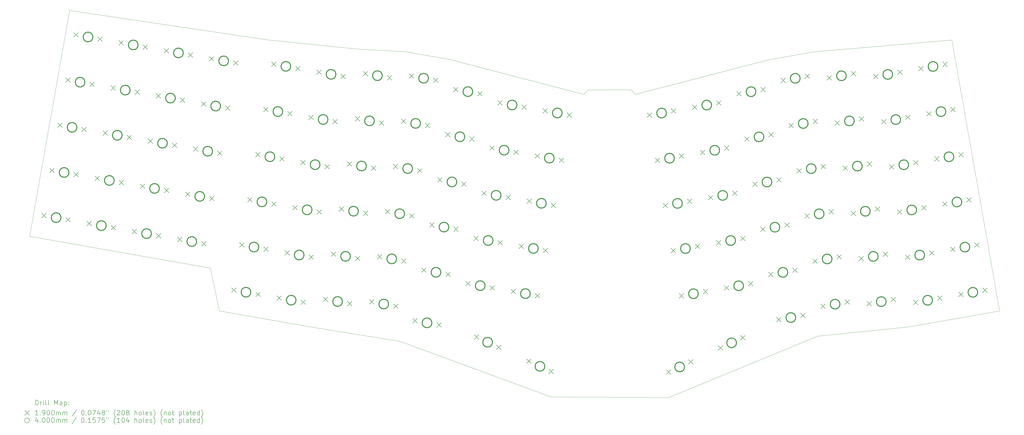
<source format=gbr>
%FSLAX45Y45*%
G04 Gerber Fmt 4.5, Leading zero omitted, Abs format (unit mm)*
G04 Created by KiCad (PCBNEW (6.0.4)) date 2022-12-23 13:32:21*
%MOMM*%
%LPD*%
G01*
G04 APERTURE LIST*
%TA.AperFunction,Profile*%
%ADD10C,0.100000*%
%TD*%
%ADD11C,0.200000*%
%ADD12C,0.190000*%
%ADD13C,0.400000*%
G04 APERTURE END LIST*
D10*
X-5689000Y-2003000D02*
X-7346000Y-11382000D01*
X15662000Y-5490000D02*
X10111000Y-4046000D01*
X2516000Y-3225000D02*
X-5689000Y-2003000D01*
X30920000Y-3230000D02*
X25203000Y-3721000D01*
X15816000Y-5302000D02*
X15662000Y-5490000D01*
X14293000Y-18053000D02*
X19172000Y-18078000D01*
X8233000Y-3716000D02*
X6317000Y-3609000D01*
X17613000Y-5301000D02*
X15816000Y-5302000D01*
X23326000Y-4054000D02*
X17778000Y-5493000D01*
X32905000Y-14486000D02*
X30920000Y-3230000D01*
X157000Y-12709000D02*
X533000Y-14481000D01*
X-7346000Y-11382000D02*
X157000Y-12709000D01*
X6317000Y-3609000D02*
X2516000Y-3225000D01*
X19172000Y-18078000D02*
X25352000Y-15535000D01*
X17778000Y-5493000D02*
X17613000Y-5301000D01*
X4284000Y-15143000D02*
X8050000Y-15754000D01*
X8050000Y-15754000D02*
X14293000Y-18053000D01*
X533000Y-14481000D02*
X4284000Y-15143000D01*
X25203000Y-3721000D02*
X23326000Y-4054000D01*
X29152000Y-15146000D02*
X32905000Y-14486000D01*
X10111000Y-4046000D02*
X8233000Y-3716000D01*
X25352000Y-15535000D02*
X29152000Y-15146000D01*
D11*
D12*
X-6838334Y-10429055D02*
X-6648334Y-10619055D01*
X-6648334Y-10429055D02*
X-6838334Y-10619055D01*
X-6507534Y-8552996D02*
X-6317534Y-8742996D01*
X-6317534Y-8552996D02*
X-6507534Y-8742996D01*
X-6176735Y-6676937D02*
X-5986735Y-6866937D01*
X-5986735Y-6676937D02*
X-6176735Y-6866937D01*
X-5845935Y-4800878D02*
X-5655935Y-4990878D01*
X-5655935Y-4800878D02*
X-5845935Y-4990878D01*
X-5837770Y-10605481D02*
X-5647770Y-10795481D01*
X-5647770Y-10605481D02*
X-5837770Y-10795481D01*
X-5515135Y-2924819D02*
X-5325135Y-3114819D01*
X-5325135Y-2924819D02*
X-5515135Y-3114819D01*
X-5506970Y-8729422D02*
X-5316970Y-8919422D01*
X-5316970Y-8729422D02*
X-5506970Y-8919422D01*
X-5176170Y-6853364D02*
X-4986170Y-7043364D01*
X-4986170Y-6853364D02*
X-5176170Y-7043364D01*
X-4962275Y-10759854D02*
X-4772275Y-10949854D01*
X-4772275Y-10759854D02*
X-4962275Y-10949854D01*
X-4845370Y-4977305D02*
X-4655370Y-5167305D01*
X-4655370Y-4977305D02*
X-4845370Y-5167305D01*
X-4631476Y-8883796D02*
X-4441476Y-9073796D01*
X-4441476Y-8883796D02*
X-4631476Y-9073796D01*
X-4514571Y-3101246D02*
X-4324571Y-3291246D01*
X-4324571Y-3101246D02*
X-4514571Y-3291246D01*
X-4300676Y-7007737D02*
X-4110676Y-7197737D01*
X-4110676Y-7007737D02*
X-4300676Y-7197737D01*
X-3969876Y-5131678D02*
X-3779876Y-5321678D01*
X-3779876Y-5131678D02*
X-3969876Y-5321678D01*
X-3961711Y-10936281D02*
X-3771711Y-11126281D01*
X-3771711Y-10936281D02*
X-3961711Y-11126281D01*
X-3639076Y-3255619D02*
X-3449076Y-3445619D01*
X-3449076Y-3255619D02*
X-3639076Y-3445619D01*
X-3630911Y-9060222D02*
X-3440911Y-9250222D01*
X-3440911Y-9060222D02*
X-3630911Y-9250222D01*
X-3300111Y-7184163D02*
X-3110111Y-7374163D01*
X-3110111Y-7184163D02*
X-3300111Y-7374163D01*
X-3086217Y-11090654D02*
X-2896217Y-11280654D01*
X-2896217Y-11090654D02*
X-3086217Y-11280654D01*
X-2969311Y-5308105D02*
X-2779312Y-5498105D01*
X-2779312Y-5308105D02*
X-2969311Y-5498105D01*
X-2755417Y-9214595D02*
X-2565417Y-9404595D01*
X-2565417Y-9214595D02*
X-2755417Y-9404595D01*
X-2638512Y-3432046D02*
X-2448512Y-3622046D01*
X-2448512Y-3432046D02*
X-2638512Y-3622046D01*
X-2424617Y-7338536D02*
X-2234617Y-7528536D01*
X-2234617Y-7338536D02*
X-2424617Y-7528536D01*
X-2093817Y-5462478D02*
X-1903817Y-5652478D01*
X-1903817Y-5462478D02*
X-2093817Y-5652478D01*
X-2085652Y-11267081D02*
X-1895652Y-11457081D01*
X-1895652Y-11267081D02*
X-2085652Y-11457081D01*
X-1763018Y-3586419D02*
X-1573018Y-3776419D01*
X-1573018Y-3586419D02*
X-1763018Y-3776419D01*
X-1754852Y-9391022D02*
X-1564852Y-9581022D01*
X-1564852Y-9391022D02*
X-1754852Y-9581022D01*
X-1424052Y-7514963D02*
X-1234053Y-7704963D01*
X-1234053Y-7514963D02*
X-1424052Y-7704963D01*
X-1210158Y-11421454D02*
X-1020158Y-11611454D01*
X-1020158Y-11421454D02*
X-1210158Y-11611454D01*
X-1093253Y-5638904D02*
X-903253Y-5828904D01*
X-903253Y-5638904D02*
X-1093253Y-5828904D01*
X-879358Y-9545395D02*
X-689358Y-9735395D01*
X-689358Y-9545395D02*
X-879358Y-9735395D01*
X-762453Y-3762846D02*
X-572453Y-3952846D01*
X-572453Y-3762846D02*
X-762453Y-3952846D01*
X-548558Y-7669336D02*
X-358558Y-7859336D01*
X-358558Y-7669336D02*
X-548558Y-7859336D01*
X-217759Y-5793277D02*
X-27759Y-5983277D01*
X-27759Y-5793277D02*
X-217759Y-5983277D01*
X-209593Y-11597880D02*
X-19593Y-11787880D01*
X-19593Y-11597880D02*
X-209593Y-11787880D01*
X113041Y-3917219D02*
X303041Y-4107219D01*
X303041Y-3917219D02*
X113041Y-4107219D01*
X121206Y-9721822D02*
X311207Y-9911822D01*
X311207Y-9721822D02*
X121206Y-9911822D01*
X452006Y-7845763D02*
X642006Y-8035763D01*
X642006Y-7845763D02*
X452006Y-8035763D01*
X782806Y-5969704D02*
X972806Y-6159704D01*
X972806Y-5969704D02*
X782806Y-6159704D01*
X1040345Y-13525657D02*
X1230345Y-13715657D01*
X1230345Y-13525657D02*
X1040345Y-13715657D01*
X1113606Y-4093645D02*
X1303606Y-4283645D01*
X1303606Y-4093645D02*
X1113606Y-4283645D01*
X1371144Y-11649598D02*
X1561144Y-11839598D01*
X1561144Y-11649598D02*
X1371144Y-11839598D01*
X1701944Y-9773539D02*
X1891944Y-9963539D01*
X1891944Y-9773539D02*
X1701944Y-9963539D01*
X2032744Y-7897480D02*
X2222744Y-8087480D01*
X2222744Y-7897480D02*
X2032744Y-8087480D01*
X2040909Y-13702083D02*
X2230909Y-13892083D01*
X2230909Y-13702083D02*
X2040909Y-13892083D01*
X2363544Y-6021422D02*
X2553544Y-6211422D01*
X2553544Y-6021422D02*
X2363544Y-6211422D01*
X2371709Y-11826024D02*
X2561709Y-12016024D01*
X2561709Y-11826024D02*
X2371709Y-12016024D01*
X2694344Y-4145363D02*
X2884344Y-4335363D01*
X2884344Y-4145363D02*
X2694344Y-4335363D01*
X2702509Y-9949966D02*
X2892509Y-10139966D01*
X2892509Y-9949966D02*
X2702509Y-10139966D01*
X2916403Y-13856456D02*
X3106403Y-14046456D01*
X3106403Y-13856456D02*
X2916403Y-14046456D01*
X3033309Y-8073907D02*
X3223309Y-8263907D01*
X3223309Y-8073907D02*
X3033309Y-8263907D01*
X3247203Y-11980398D02*
X3437203Y-12170398D01*
X3437203Y-11980398D02*
X3247203Y-12170398D01*
X3364108Y-6197848D02*
X3554108Y-6387848D01*
X3554108Y-6197848D02*
X3364108Y-6387848D01*
X3578003Y-10104339D02*
X3768003Y-10294339D01*
X3768003Y-10104339D02*
X3578003Y-10294339D01*
X3694908Y-4321790D02*
X3884908Y-4511790D01*
X3884908Y-4321790D02*
X3694908Y-4511790D01*
X3908803Y-8228280D02*
X4098803Y-8418280D01*
X4098803Y-8228280D02*
X3908803Y-8418280D01*
X3916968Y-14032883D02*
X4106968Y-14222883D01*
X4106968Y-14032883D02*
X3916968Y-14222883D01*
X4239603Y-6352221D02*
X4429603Y-6542221D01*
X4429603Y-6352221D02*
X4239603Y-6542221D01*
X4247768Y-12156824D02*
X4437768Y-12346824D01*
X4437768Y-12156824D02*
X4247768Y-12346824D01*
X4570402Y-4476163D02*
X4760402Y-4666163D01*
X4760402Y-4476163D02*
X4570402Y-4666163D01*
X4578568Y-10280766D02*
X4768568Y-10470766D01*
X4768568Y-10280766D02*
X4578568Y-10470766D01*
X4840980Y-13912101D02*
X5030980Y-14102101D01*
X5030980Y-13912101D02*
X4840980Y-14102101D01*
X4909367Y-8404707D02*
X5099367Y-8594707D01*
X5099367Y-8404707D02*
X4909367Y-8594707D01*
X5171779Y-12036042D02*
X5361779Y-12226042D01*
X5361779Y-12036042D02*
X5171779Y-12226042D01*
X5240167Y-6528648D02*
X5430167Y-6718648D01*
X5430167Y-6528648D02*
X5240167Y-6718648D01*
X5502579Y-10159983D02*
X5692579Y-10349983D01*
X5692579Y-10159983D02*
X5502579Y-10349983D01*
X5570967Y-4652589D02*
X5760967Y-4842589D01*
X5760967Y-4652589D02*
X5570967Y-4842589D01*
X5833379Y-8283925D02*
X6023379Y-8473925D01*
X6023379Y-8283925D02*
X5833379Y-8473925D01*
X5841544Y-14088528D02*
X6031544Y-14278528D01*
X6031544Y-14088528D02*
X5841544Y-14278528D01*
X6164179Y-6407866D02*
X6354179Y-6597866D01*
X6354179Y-6407866D02*
X6164179Y-6597866D01*
X6172344Y-12212469D02*
X6362344Y-12402469D01*
X6362344Y-12212469D02*
X6172344Y-12402469D01*
X6494978Y-4531807D02*
X6684978Y-4721807D01*
X6684978Y-4531807D02*
X6494978Y-4721807D01*
X6503144Y-10336410D02*
X6693144Y-10526410D01*
X6693144Y-10336410D02*
X6503144Y-10526410D01*
X6756734Y-14017774D02*
X6946734Y-14207774D01*
X6946734Y-14017774D02*
X6756734Y-14207774D01*
X6833943Y-8460351D02*
X7023943Y-8650351D01*
X7023943Y-8460351D02*
X6833943Y-8650351D01*
X7087534Y-12141715D02*
X7277534Y-12331715D01*
X7277534Y-12141715D02*
X7087534Y-12331715D01*
X7164743Y-6584292D02*
X7354743Y-6774292D01*
X7354743Y-6584292D02*
X7164743Y-6774292D01*
X7418334Y-10265656D02*
X7608334Y-10455656D01*
X7608334Y-10265656D02*
X7418334Y-10455656D01*
X7495543Y-4708234D02*
X7685543Y-4898234D01*
X7685543Y-4708234D02*
X7495543Y-4898234D01*
X7749134Y-8389597D02*
X7939134Y-8579597D01*
X7939134Y-8389597D02*
X7749134Y-8579597D01*
X7757299Y-14194200D02*
X7947299Y-14384200D01*
X7947299Y-14194200D02*
X7757299Y-14384200D01*
X8079933Y-6513539D02*
X8269933Y-6703539D01*
X8269933Y-6513539D02*
X8079933Y-6703539D01*
X8088099Y-12318141D02*
X8278099Y-12508141D01*
X8278099Y-12318141D02*
X8088099Y-12508141D01*
X8410733Y-4637480D02*
X8600733Y-4827480D01*
X8600733Y-4637480D02*
X8410733Y-4827480D01*
X8418898Y-10442083D02*
X8608898Y-10632083D01*
X8608898Y-10442083D02*
X8418898Y-10632083D01*
X8553401Y-14798828D02*
X8743401Y-14988828D01*
X8743401Y-14798828D02*
X8553401Y-14988828D01*
X8749698Y-8566024D02*
X8939698Y-8756024D01*
X8939698Y-8566024D02*
X8749698Y-8756024D01*
X8923897Y-12697642D02*
X9113897Y-12887642D01*
X9113897Y-12697642D02*
X8923897Y-12887642D01*
X9080498Y-6689965D02*
X9270498Y-6879965D01*
X9270498Y-6689965D02*
X9080498Y-6879965D01*
X9254697Y-10821583D02*
X9444697Y-11011583D01*
X9444697Y-10821583D02*
X9254697Y-11011583D01*
X9411298Y-4813907D02*
X9601298Y-5003907D01*
X9601298Y-4813907D02*
X9411298Y-5003907D01*
X9553966Y-14975254D02*
X9743966Y-15165254D01*
X9743966Y-14975254D02*
X9553966Y-15165254D01*
X9585496Y-8945524D02*
X9775496Y-9135524D01*
X9775496Y-8945524D02*
X9585496Y-9135524D01*
X9916296Y-7069465D02*
X10106296Y-7259465D01*
X10106296Y-7069465D02*
X9916296Y-7259465D01*
X9924461Y-12874068D02*
X10114461Y-13064068D01*
X10114461Y-12874068D02*
X9924461Y-13064068D01*
X10247096Y-5193407D02*
X10437096Y-5383407D01*
X10437096Y-5193407D02*
X10247096Y-5383407D01*
X10255261Y-10998010D02*
X10445261Y-11188010D01*
X10445261Y-10998010D02*
X10255261Y-11188010D01*
X10586061Y-9121951D02*
X10776061Y-9311951D01*
X10776061Y-9121951D02*
X10586061Y-9311951D01*
X10760260Y-13253569D02*
X10950260Y-13443569D01*
X10950260Y-13253569D02*
X10760260Y-13443569D01*
X10916861Y-7245892D02*
X11106861Y-7435892D01*
X11106861Y-7245892D02*
X10916861Y-7435892D01*
X11091059Y-11377510D02*
X11281059Y-11567510D01*
X11281059Y-11377510D02*
X11091059Y-11567510D01*
X11107984Y-15476847D02*
X11297984Y-15666847D01*
X11297984Y-15476847D02*
X11107984Y-15666847D01*
X11247660Y-5369833D02*
X11437660Y-5559833D01*
X11437660Y-5369833D02*
X11247660Y-5559833D01*
X11421859Y-9501451D02*
X11611859Y-9691451D01*
X11611859Y-9501451D02*
X11421859Y-9691451D01*
X11752659Y-7625392D02*
X11942659Y-7815392D01*
X11942659Y-7625392D02*
X11752659Y-7815392D01*
X11760824Y-13429995D02*
X11950824Y-13619995D01*
X11950824Y-13429995D02*
X11760824Y-13619995D01*
X12028792Y-15906227D02*
X12218792Y-16096227D01*
X12218792Y-15906227D02*
X12028792Y-16096227D01*
X12083459Y-5749333D02*
X12273459Y-5939333D01*
X12273459Y-5749333D02*
X12083459Y-5939333D01*
X12091624Y-11553936D02*
X12281624Y-11743936D01*
X12281624Y-11553936D02*
X12091624Y-11743936D01*
X12422424Y-9677878D02*
X12612424Y-9867878D01*
X12612424Y-9677878D02*
X12422424Y-9867878D01*
X12636318Y-13584368D02*
X12826318Y-13774368D01*
X12826318Y-13584368D02*
X12636318Y-13774368D01*
X12753224Y-7801819D02*
X12943224Y-7991819D01*
X12943224Y-7801819D02*
X12753224Y-7991819D01*
X12967118Y-11708310D02*
X13157118Y-11898310D01*
X13157118Y-11708310D02*
X12967118Y-11898310D01*
X13084023Y-5925760D02*
X13274023Y-6115760D01*
X13274023Y-5925760D02*
X13084023Y-6115760D01*
X13278412Y-16478556D02*
X13468412Y-16668556D01*
X13468412Y-16478556D02*
X13278412Y-16668556D01*
X13297918Y-9832251D02*
X13487918Y-10022251D01*
X13487918Y-9832251D02*
X13297918Y-10022251D01*
X13628718Y-7956192D02*
X13818718Y-8146192D01*
X13818718Y-7956192D02*
X13628718Y-8146192D01*
X13636883Y-13760795D02*
X13826883Y-13950795D01*
X13826883Y-13760795D02*
X13636883Y-13950795D01*
X13959517Y-6080133D02*
X14149517Y-6270133D01*
X14149517Y-6080133D02*
X13959517Y-6270133D01*
X13967683Y-11884736D02*
X14157683Y-12074736D01*
X14157683Y-11884736D02*
X13967683Y-12074736D01*
X14199221Y-16907936D02*
X14389221Y-17097936D01*
X14389221Y-16907936D02*
X14199221Y-17097936D01*
X14298482Y-10008677D02*
X14488482Y-10198677D01*
X14488482Y-10008677D02*
X14298482Y-10198677D01*
X14629282Y-8132619D02*
X14819282Y-8322619D01*
X14819282Y-8132619D02*
X14629282Y-8322619D01*
X14960082Y-6256560D02*
X15150082Y-6446560D01*
X15150082Y-6256560D02*
X14960082Y-6446560D01*
X18285369Y-6260566D02*
X18475369Y-6450566D01*
X18475369Y-6260566D02*
X18285369Y-6450566D01*
X18616168Y-8136625D02*
X18806168Y-8326625D01*
X18806168Y-8136625D02*
X18616168Y-8326625D01*
X18946968Y-10012684D02*
X19136968Y-10202684D01*
X19136968Y-10012684D02*
X18946968Y-10202684D01*
X19075654Y-16932546D02*
X19265654Y-17122546D01*
X19265654Y-16932546D02*
X19075654Y-17122546D01*
X19277768Y-11888743D02*
X19467768Y-12078743D01*
X19467768Y-11888743D02*
X19277768Y-12078743D01*
X19285933Y-6084140D02*
X19475933Y-6274140D01*
X19475933Y-6084140D02*
X19285933Y-6274140D01*
X19608568Y-13764801D02*
X19798568Y-13954801D01*
X19798568Y-13764801D02*
X19608568Y-13954801D01*
X19616733Y-7960199D02*
X19806733Y-8150199D01*
X19806733Y-7960199D02*
X19616733Y-8150199D01*
X19947533Y-9836257D02*
X20137533Y-10026257D01*
X20137533Y-9836257D02*
X19947533Y-10026257D01*
X19996463Y-16503166D02*
X20186463Y-16693166D01*
X20186463Y-16503166D02*
X19996463Y-16693166D01*
X20161427Y-5929767D02*
X20351427Y-6119767D01*
X20351427Y-5929767D02*
X20161427Y-6119767D01*
X20278332Y-11712316D02*
X20468332Y-11902316D01*
X20468332Y-11712316D02*
X20278332Y-11902316D01*
X20492227Y-7805825D02*
X20682227Y-7995825D01*
X20682227Y-7805825D02*
X20492227Y-7995825D01*
X20609132Y-13588375D02*
X20799132Y-13778375D01*
X20799132Y-13588375D02*
X20609132Y-13778375D01*
X20823027Y-9681884D02*
X21013027Y-9871884D01*
X21013027Y-9681884D02*
X20823027Y-9871884D01*
X21153827Y-11557943D02*
X21343827Y-11747943D01*
X21343827Y-11557943D02*
X21153827Y-11747943D01*
X21161992Y-5753340D02*
X21351992Y-5943340D01*
X21351992Y-5753340D02*
X21161992Y-5943340D01*
X21233158Y-15929957D02*
X21423158Y-16119957D01*
X21423158Y-15929957D02*
X21233158Y-16119957D01*
X21484626Y-13434002D02*
X21674626Y-13624002D01*
X21674626Y-13434002D02*
X21484626Y-13624002D01*
X21492792Y-7629399D02*
X21682792Y-7819399D01*
X21682792Y-7629399D02*
X21492792Y-7819399D01*
X21823591Y-9505458D02*
X22013591Y-9695458D01*
X22013591Y-9505458D02*
X21823591Y-9695458D01*
X21997790Y-5373840D02*
X22187790Y-5563840D01*
X22187790Y-5373840D02*
X21997790Y-5563840D01*
X22153967Y-15500577D02*
X22343967Y-15690577D01*
X22343967Y-15500577D02*
X22153967Y-15690577D01*
X22154391Y-11381516D02*
X22344391Y-11571516D01*
X22344391Y-11381516D02*
X22154391Y-11571516D01*
X22328590Y-7249899D02*
X22518590Y-7439899D01*
X22518590Y-7249899D02*
X22328590Y-7439899D01*
X22485191Y-13257575D02*
X22675191Y-13447575D01*
X22675191Y-13257575D02*
X22485191Y-13447575D01*
X22659390Y-9125957D02*
X22849390Y-9315957D01*
X22849390Y-9125957D02*
X22659390Y-9315957D01*
X22990189Y-11002016D02*
X23180189Y-11192016D01*
X23180189Y-11002016D02*
X22990189Y-11192016D01*
X22998355Y-5197413D02*
X23188355Y-5387413D01*
X23188355Y-5197413D02*
X22998355Y-5387413D01*
X23320989Y-12878075D02*
X23510989Y-13068075D01*
X23510989Y-12878075D02*
X23320989Y-13068075D01*
X23329154Y-7073472D02*
X23519154Y-7263472D01*
X23519154Y-7073472D02*
X23329154Y-7263472D01*
X23651789Y-14754134D02*
X23841789Y-14944134D01*
X23841789Y-14754134D02*
X23651789Y-14944134D01*
X23659954Y-8949531D02*
X23849954Y-9139531D01*
X23849954Y-8949531D02*
X23659954Y-9139531D01*
X23834153Y-4817913D02*
X24024153Y-5007913D01*
X24024153Y-4817913D02*
X23834153Y-5007913D01*
X23990754Y-10825590D02*
X24180754Y-11015590D01*
X24180754Y-10825590D02*
X23990754Y-11015590D01*
X24164953Y-6693972D02*
X24354953Y-6883972D01*
X24354953Y-6693972D02*
X24164953Y-6883972D01*
X24321554Y-12701648D02*
X24511554Y-12891648D01*
X24511554Y-12701648D02*
X24321554Y-12891648D01*
X24495752Y-8570031D02*
X24685752Y-8760031D01*
X24685752Y-8570031D02*
X24495752Y-8760031D01*
X24652353Y-14577707D02*
X24842353Y-14767707D01*
X24842353Y-14577707D02*
X24652353Y-14767707D01*
X24826552Y-10446089D02*
X25016552Y-10636089D01*
X25016552Y-10446089D02*
X24826552Y-10636089D01*
X24834717Y-4641486D02*
X25024717Y-4831486D01*
X25024717Y-4641486D02*
X24834717Y-4831486D01*
X25157352Y-12322148D02*
X25347352Y-12512148D01*
X25347352Y-12322148D02*
X25157352Y-12512148D01*
X25165517Y-6517545D02*
X25355517Y-6707545D01*
X25355517Y-6517545D02*
X25165517Y-6707545D01*
X25488152Y-14198207D02*
X25678152Y-14388207D01*
X25678152Y-14198207D02*
X25488152Y-14388207D01*
X25496317Y-8393604D02*
X25686317Y-8583604D01*
X25686317Y-8393604D02*
X25496317Y-8583604D01*
X25749908Y-4712240D02*
X25939908Y-4902240D01*
X25939908Y-4712240D02*
X25749908Y-4902240D01*
X25827117Y-10269663D02*
X26017117Y-10459663D01*
X26017117Y-10269663D02*
X25827117Y-10459663D01*
X26080707Y-6588299D02*
X26270707Y-6778299D01*
X26270707Y-6588299D02*
X26080707Y-6778299D01*
X26157917Y-12145721D02*
X26347917Y-12335721D01*
X26347917Y-12145721D02*
X26157917Y-12335721D01*
X26411507Y-8464358D02*
X26601507Y-8654358D01*
X26601507Y-8464358D02*
X26411507Y-8654358D01*
X26488716Y-14021780D02*
X26678716Y-14211780D01*
X26678716Y-14021780D02*
X26488716Y-14211780D01*
X26742307Y-10340417D02*
X26932307Y-10530417D01*
X26932307Y-10340417D02*
X26742307Y-10530417D01*
X26750472Y-4535814D02*
X26940472Y-4725814D01*
X26940472Y-4535814D02*
X26750472Y-4725814D01*
X27073107Y-12216475D02*
X27263107Y-12406475D01*
X27263107Y-12216475D02*
X27073107Y-12406475D01*
X27081272Y-6411872D02*
X27271272Y-6601872D01*
X27271272Y-6411872D02*
X27081272Y-6601872D01*
X27403906Y-14092534D02*
X27593906Y-14282534D01*
X27593906Y-14092534D02*
X27403906Y-14282534D01*
X27412072Y-8287931D02*
X27602072Y-8477931D01*
X27602072Y-8287931D02*
X27412072Y-8477931D01*
X27674484Y-4656596D02*
X27864484Y-4846596D01*
X27864484Y-4656596D02*
X27674484Y-4846596D01*
X27742871Y-10163990D02*
X27932871Y-10353990D01*
X27932871Y-10163990D02*
X27742871Y-10353990D01*
X28005283Y-6532655D02*
X28195283Y-6722655D01*
X28195283Y-6532655D02*
X28005283Y-6722655D01*
X28073671Y-12040049D02*
X28263671Y-12230049D01*
X28263671Y-12040049D02*
X28073671Y-12230049D01*
X28336083Y-8408713D02*
X28526083Y-8598713D01*
X28526083Y-8408713D02*
X28336083Y-8598713D01*
X28404471Y-13916107D02*
X28594471Y-14106107D01*
X28594471Y-13916107D02*
X28404471Y-14106107D01*
X28666883Y-10284772D02*
X28856883Y-10474772D01*
X28856883Y-10284772D02*
X28666883Y-10474772D01*
X28675048Y-4480169D02*
X28865048Y-4670169D01*
X28865048Y-4480169D02*
X28675048Y-4670169D01*
X28997683Y-12160831D02*
X29187683Y-12350831D01*
X29187683Y-12160831D02*
X28997683Y-12350831D01*
X29005848Y-6356228D02*
X29195848Y-6546228D01*
X29195848Y-6356228D02*
X29005848Y-6546228D01*
X29328482Y-14036890D02*
X29518482Y-14226890D01*
X29518482Y-14036890D02*
X29328482Y-14226890D01*
X29336648Y-8232287D02*
X29526648Y-8422287D01*
X29526648Y-8232287D02*
X29336648Y-8422287D01*
X29550542Y-4325796D02*
X29740542Y-4515796D01*
X29740542Y-4325796D02*
X29550542Y-4515796D01*
X29667448Y-10108346D02*
X29857448Y-10298346D01*
X29857448Y-10108346D02*
X29667448Y-10298346D01*
X29881342Y-6201855D02*
X30071342Y-6391855D01*
X30071342Y-6201855D02*
X29881342Y-6391855D01*
X29998247Y-11984404D02*
X30188247Y-12174404D01*
X30188247Y-11984404D02*
X29998247Y-12174404D01*
X30212142Y-8077914D02*
X30402142Y-8267914D01*
X30402142Y-8077914D02*
X30212142Y-8267914D01*
X30329047Y-13860463D02*
X30519047Y-14050463D01*
X30519047Y-13860463D02*
X30329047Y-14050463D01*
X30542942Y-9953972D02*
X30732942Y-10143972D01*
X30732942Y-9953972D02*
X30542942Y-10143972D01*
X30551107Y-4149369D02*
X30741107Y-4339369D01*
X30741107Y-4149369D02*
X30551107Y-4339369D01*
X30873741Y-11830031D02*
X31063741Y-12020031D01*
X31063741Y-11830031D02*
X30873741Y-12020031D01*
X30881907Y-6025428D02*
X31071907Y-6215428D01*
X31071907Y-6025428D02*
X30881907Y-6215428D01*
X31204541Y-13706090D02*
X31394541Y-13896090D01*
X31394541Y-13706090D02*
X31204541Y-13896090D01*
X31212707Y-7901487D02*
X31402707Y-8091487D01*
X31402707Y-7901487D02*
X31212707Y-8091487D01*
X31543506Y-9777546D02*
X31733506Y-9967546D01*
X31733506Y-9777546D02*
X31543506Y-9967546D01*
X31874306Y-11653604D02*
X32064306Y-11843604D01*
X32064306Y-11653604D02*
X31874306Y-11843604D01*
X32205106Y-13529663D02*
X32395106Y-13719663D01*
X32395106Y-13529663D02*
X32205106Y-13719663D01*
D13*
X-6043052Y-10612268D02*
G75*
G03*
X-6043052Y-10612268I-200000J0D01*
G01*
X-5712252Y-8736209D02*
G75*
G03*
X-5712252Y-8736209I-200000J0D01*
G01*
X-5381452Y-6860150D02*
G75*
G03*
X-5381452Y-6860150I-200000J0D01*
G01*
X-5050653Y-4984092D02*
G75*
G03*
X-5050653Y-4984092I-200000J0D01*
G01*
X-4719853Y-3108033D02*
G75*
G03*
X-4719853Y-3108033I-200000J0D01*
G01*
X-4166993Y-10943068D02*
G75*
G03*
X-4166993Y-10943068I-200000J0D01*
G01*
X-3836193Y-9067009D02*
G75*
G03*
X-3836193Y-9067009I-200000J0D01*
G01*
X-3505394Y-7190950D02*
G75*
G03*
X-3505394Y-7190950I-200000J0D01*
G01*
X-3174594Y-5314891D02*
G75*
G03*
X-3174594Y-5314891I-200000J0D01*
G01*
X-2843794Y-3438832D02*
G75*
G03*
X-2843794Y-3438832I-200000J0D01*
G01*
X-2290934Y-11273867D02*
G75*
G03*
X-2290934Y-11273867I-200000J0D01*
G01*
X-1960135Y-9397809D02*
G75*
G03*
X-1960135Y-9397809I-200000J0D01*
G01*
X-1629335Y-7521750D02*
G75*
G03*
X-1629335Y-7521750I-200000J0D01*
G01*
X-1298535Y-5645691D02*
G75*
G03*
X-1298535Y-5645691I-200000J0D01*
G01*
X-967735Y-3769632D02*
G75*
G03*
X-967735Y-3769632I-200000J0D01*
G01*
X-414876Y-11604667D02*
G75*
G03*
X-414876Y-11604667I-200000J0D01*
G01*
X-84076Y-9728608D02*
G75*
G03*
X-84076Y-9728608I-200000J0D01*
G01*
X246724Y-7852550D02*
G75*
G03*
X246724Y-7852550I-200000J0D01*
G01*
X577524Y-5976491D02*
G75*
G03*
X577524Y-5976491I-200000J0D01*
G01*
X908323Y-4100432D02*
G75*
G03*
X908323Y-4100432I-200000J0D01*
G01*
X1835627Y-13708870D02*
G75*
G03*
X1835627Y-13708870I-200000J0D01*
G01*
X2166427Y-11832811D02*
G75*
G03*
X2166427Y-11832811I-200000J0D01*
G01*
X2497227Y-9956753D02*
G75*
G03*
X2497227Y-9956753I-200000J0D01*
G01*
X2828026Y-8080694D02*
G75*
G03*
X2828026Y-8080694I-200000J0D01*
G01*
X3158826Y-6204635D02*
G75*
G03*
X3158826Y-6204635I-200000J0D01*
G01*
X3489626Y-4328576D02*
G75*
G03*
X3489626Y-4328576I-200000J0D01*
G01*
X3711686Y-14039670D02*
G75*
G03*
X3711686Y-14039670I-200000J0D01*
G01*
X4042485Y-12163611D02*
G75*
G03*
X4042485Y-12163611I-200000J0D01*
G01*
X4373285Y-10287552D02*
G75*
G03*
X4373285Y-10287552I-200000J0D01*
G01*
X4704085Y-8411494D02*
G75*
G03*
X4704085Y-8411494I-200000J0D01*
G01*
X5034885Y-6535435D02*
G75*
G03*
X5034885Y-6535435I-200000J0D01*
G01*
X5365685Y-4659376D02*
G75*
G03*
X5365685Y-4659376I-200000J0D01*
G01*
X5636262Y-14095314D02*
G75*
G03*
X5636262Y-14095314I-200000J0D01*
G01*
X5967062Y-12219255D02*
G75*
G03*
X5967062Y-12219255I-200000J0D01*
G01*
X6297861Y-10343197D02*
G75*
G03*
X6297861Y-10343197I-200000J0D01*
G01*
X6628661Y-8467138D02*
G75*
G03*
X6628661Y-8467138I-200000J0D01*
G01*
X6959461Y-6591079D02*
G75*
G03*
X6959461Y-6591079I-200000J0D01*
G01*
X7290261Y-4715020D02*
G75*
G03*
X7290261Y-4715020I-200000J0D01*
G01*
X7552016Y-14200987D02*
G75*
G03*
X7552016Y-14200987I-200000J0D01*
G01*
X7882816Y-12324928D02*
G75*
G03*
X7882816Y-12324928I-200000J0D01*
G01*
X8213616Y-10448870D02*
G75*
G03*
X8213616Y-10448870I-200000J0D01*
G01*
X8544416Y-8572811D02*
G75*
G03*
X8544416Y-8572811I-200000J0D01*
G01*
X8875216Y-6696752D02*
G75*
G03*
X8875216Y-6696752I-200000J0D01*
G01*
X9206015Y-4820693D02*
G75*
G03*
X9206015Y-4820693I-200000J0D01*
G01*
X9348683Y-14982041D02*
G75*
G03*
X9348683Y-14982041I-200000J0D01*
G01*
X9719179Y-12880855D02*
G75*
G03*
X9719179Y-12880855I-200000J0D01*
G01*
X10049979Y-11004796D02*
G75*
G03*
X10049979Y-11004796I-200000J0D01*
G01*
X10380779Y-9128738D02*
G75*
G03*
X10380779Y-9128738I-200000J0D01*
G01*
X10711579Y-7252679D02*
G75*
G03*
X10711579Y-7252679I-200000J0D01*
G01*
X11042378Y-5376620D02*
G75*
G03*
X11042378Y-5376620I-200000J0D01*
G01*
X11555542Y-13436782D02*
G75*
G03*
X11555542Y-13436782I-200000J0D01*
G01*
X11863388Y-15786537D02*
G75*
G03*
X11863388Y-15786537I-200000J0D01*
G01*
X11886342Y-11560723D02*
G75*
G03*
X11886342Y-11560723I-200000J0D01*
G01*
X12217141Y-9684664D02*
G75*
G03*
X12217141Y-9684664I-200000J0D01*
G01*
X12547941Y-7808606D02*
G75*
G03*
X12547941Y-7808606I-200000J0D01*
G01*
X12878741Y-5932547D02*
G75*
G03*
X12878741Y-5932547I-200000J0D01*
G01*
X13431601Y-13767582D02*
G75*
G03*
X13431601Y-13767582I-200000J0D01*
G01*
X13762400Y-11891523D02*
G75*
G03*
X13762400Y-11891523I-200000J0D01*
G01*
X14033817Y-16788246D02*
G75*
G03*
X14033817Y-16788246I-200000J0D01*
G01*
X14093200Y-10015464D02*
G75*
G03*
X14093200Y-10015464I-200000J0D01*
G01*
X14424000Y-8139405D02*
G75*
G03*
X14424000Y-8139405I-200000J0D01*
G01*
X14754800Y-6263347D02*
G75*
G03*
X14754800Y-6263347I-200000J0D01*
G01*
X19080651Y-6267353D02*
G75*
G03*
X19080651Y-6267353I-200000J0D01*
G01*
X19411451Y-8143412D02*
G75*
G03*
X19411451Y-8143412I-200000J0D01*
G01*
X19742250Y-10019471D02*
G75*
G03*
X19742250Y-10019471I-200000J0D01*
G01*
X19831059Y-16812856D02*
G75*
G03*
X19831059Y-16812856I-200000J0D01*
G01*
X20073050Y-11895529D02*
G75*
G03*
X20073050Y-11895529I-200000J0D01*
G01*
X20403850Y-13771588D02*
G75*
G03*
X20403850Y-13771588I-200000J0D01*
G01*
X20956710Y-5936553D02*
G75*
G03*
X20956710Y-5936553I-200000J0D01*
G01*
X21287509Y-7812612D02*
G75*
G03*
X21287509Y-7812612I-200000J0D01*
G01*
X21618309Y-9688671D02*
G75*
G03*
X21618309Y-9688671I-200000J0D01*
G01*
X21949109Y-11564730D02*
G75*
G03*
X21949109Y-11564730I-200000J0D01*
G01*
X21988562Y-15810267D02*
G75*
G03*
X21988562Y-15810267I-200000J0D01*
G01*
X22279909Y-13440788D02*
G75*
G03*
X22279909Y-13440788I-200000J0D01*
G01*
X22793072Y-5380627D02*
G75*
G03*
X22793072Y-5380627I-200000J0D01*
G01*
X23123872Y-7256685D02*
G75*
G03*
X23123872Y-7256685I-200000J0D01*
G01*
X23454672Y-9132744D02*
G75*
G03*
X23454672Y-9132744I-200000J0D01*
G01*
X23785472Y-11008803D02*
G75*
G03*
X23785472Y-11008803I-200000J0D01*
G01*
X24116271Y-12884862D02*
G75*
G03*
X24116271Y-12884862I-200000J0D01*
G01*
X24447071Y-14760920D02*
G75*
G03*
X24447071Y-14760920I-200000J0D01*
G01*
X24629435Y-4824700D02*
G75*
G03*
X24629435Y-4824700I-200000J0D01*
G01*
X24960235Y-6700758D02*
G75*
G03*
X24960235Y-6700758I-200000J0D01*
G01*
X25291035Y-8576817D02*
G75*
G03*
X25291035Y-8576817I-200000J0D01*
G01*
X25621834Y-10452876D02*
G75*
G03*
X25621834Y-10452876I-200000J0D01*
G01*
X25952634Y-12328935D02*
G75*
G03*
X25952634Y-12328935I-200000J0D01*
G01*
X26283434Y-14204994D02*
G75*
G03*
X26283434Y-14204994I-200000J0D01*
G01*
X26545190Y-4719027D02*
G75*
G03*
X26545190Y-4719027I-200000J0D01*
G01*
X26875990Y-6595086D02*
G75*
G03*
X26875990Y-6595086I-200000J0D01*
G01*
X27206789Y-8471145D02*
G75*
G03*
X27206789Y-8471145I-200000J0D01*
G01*
X27537589Y-10347203D02*
G75*
G03*
X27537589Y-10347203I-200000J0D01*
G01*
X27868389Y-12223262D02*
G75*
G03*
X27868389Y-12223262I-200000J0D01*
G01*
X28199189Y-14099321D02*
G75*
G03*
X28199189Y-14099321I-200000J0D01*
G01*
X28469766Y-4663383D02*
G75*
G03*
X28469766Y-4663383I-200000J0D01*
G01*
X28800566Y-6539441D02*
G75*
G03*
X28800566Y-6539441I-200000J0D01*
G01*
X29131365Y-8415500D02*
G75*
G03*
X29131365Y-8415500I-200000J0D01*
G01*
X29462165Y-10291559D02*
G75*
G03*
X29462165Y-10291559I-200000J0D01*
G01*
X29792965Y-12167618D02*
G75*
G03*
X29792965Y-12167618I-200000J0D01*
G01*
X30123765Y-14043676D02*
G75*
G03*
X30123765Y-14043676I-200000J0D01*
G01*
X30345825Y-4332583D02*
G75*
G03*
X30345825Y-4332583I-200000J0D01*
G01*
X30676624Y-6208641D02*
G75*
G03*
X30676624Y-6208641I-200000J0D01*
G01*
X31007424Y-8084700D02*
G75*
G03*
X31007424Y-8084700I-200000J0D01*
G01*
X31338224Y-9960759D02*
G75*
G03*
X31338224Y-9960759I-200000J0D01*
G01*
X31669024Y-11836818D02*
G75*
G03*
X31669024Y-11836818I-200000J0D01*
G01*
X31999824Y-13712877D02*
G75*
G03*
X31999824Y-13712877I-200000J0D01*
G01*
D11*
X-7093381Y-18393476D02*
X-7093381Y-18193476D01*
X-7045762Y-18193476D01*
X-7017190Y-18203000D01*
X-6998143Y-18222048D01*
X-6988619Y-18241095D01*
X-6979095Y-18279190D01*
X-6979095Y-18307762D01*
X-6988619Y-18345857D01*
X-6998143Y-18364905D01*
X-7017190Y-18383952D01*
X-7045762Y-18393476D01*
X-7093381Y-18393476D01*
X-6893381Y-18393476D02*
X-6893381Y-18260143D01*
X-6893381Y-18298238D02*
X-6883857Y-18279190D01*
X-6874333Y-18269667D01*
X-6855286Y-18260143D01*
X-6836238Y-18260143D01*
X-6769571Y-18393476D02*
X-6769571Y-18260143D01*
X-6769571Y-18193476D02*
X-6779095Y-18203000D01*
X-6769571Y-18212524D01*
X-6760048Y-18203000D01*
X-6769571Y-18193476D01*
X-6769571Y-18212524D01*
X-6645762Y-18393476D02*
X-6664809Y-18383952D01*
X-6674333Y-18364905D01*
X-6674333Y-18193476D01*
X-6541000Y-18393476D02*
X-6560048Y-18383952D01*
X-6569571Y-18364905D01*
X-6569571Y-18193476D01*
X-6312428Y-18393476D02*
X-6312428Y-18193476D01*
X-6245762Y-18336333D01*
X-6179095Y-18193476D01*
X-6179095Y-18393476D01*
X-5998143Y-18393476D02*
X-5998143Y-18288714D01*
X-6007667Y-18269667D01*
X-6026714Y-18260143D01*
X-6064809Y-18260143D01*
X-6083857Y-18269667D01*
X-5998143Y-18383952D02*
X-6017190Y-18393476D01*
X-6064809Y-18393476D01*
X-6083857Y-18383952D01*
X-6093381Y-18364905D01*
X-6093381Y-18345857D01*
X-6083857Y-18326810D01*
X-6064809Y-18317286D01*
X-6017190Y-18317286D01*
X-5998143Y-18307762D01*
X-5902905Y-18260143D02*
X-5902905Y-18460143D01*
X-5902905Y-18269667D02*
X-5883857Y-18260143D01*
X-5845762Y-18260143D01*
X-5826714Y-18269667D01*
X-5817190Y-18279190D01*
X-5807667Y-18298238D01*
X-5807667Y-18355381D01*
X-5817190Y-18374429D01*
X-5826714Y-18383952D01*
X-5845762Y-18393476D01*
X-5883857Y-18393476D01*
X-5902905Y-18383952D01*
X-5721952Y-18374429D02*
X-5712428Y-18383952D01*
X-5721952Y-18393476D01*
X-5731476Y-18383952D01*
X-5721952Y-18374429D01*
X-5721952Y-18393476D01*
X-5721952Y-18269667D02*
X-5712428Y-18279190D01*
X-5721952Y-18288714D01*
X-5731476Y-18279190D01*
X-5721952Y-18269667D01*
X-5721952Y-18288714D01*
D12*
X-7541000Y-18628000D02*
X-7351000Y-18818000D01*
X-7351000Y-18628000D02*
X-7541000Y-18818000D01*
D11*
X-6988619Y-18813476D02*
X-7102905Y-18813476D01*
X-7045762Y-18813476D02*
X-7045762Y-18613476D01*
X-7064809Y-18642048D01*
X-7083857Y-18661095D01*
X-7102905Y-18670619D01*
X-6902905Y-18794429D02*
X-6893381Y-18803952D01*
X-6902905Y-18813476D01*
X-6912428Y-18803952D01*
X-6902905Y-18794429D01*
X-6902905Y-18813476D01*
X-6798143Y-18813476D02*
X-6760048Y-18813476D01*
X-6741000Y-18803952D01*
X-6731476Y-18794429D01*
X-6712428Y-18765857D01*
X-6702905Y-18727762D01*
X-6702905Y-18651571D01*
X-6712428Y-18632524D01*
X-6721952Y-18623000D01*
X-6741000Y-18613476D01*
X-6779095Y-18613476D01*
X-6798143Y-18623000D01*
X-6807667Y-18632524D01*
X-6817190Y-18651571D01*
X-6817190Y-18699190D01*
X-6807667Y-18718238D01*
X-6798143Y-18727762D01*
X-6779095Y-18737286D01*
X-6741000Y-18737286D01*
X-6721952Y-18727762D01*
X-6712428Y-18718238D01*
X-6702905Y-18699190D01*
X-6579095Y-18613476D02*
X-6560048Y-18613476D01*
X-6541000Y-18623000D01*
X-6531476Y-18632524D01*
X-6521952Y-18651571D01*
X-6512428Y-18689667D01*
X-6512428Y-18737286D01*
X-6521952Y-18775381D01*
X-6531476Y-18794429D01*
X-6541000Y-18803952D01*
X-6560048Y-18813476D01*
X-6579095Y-18813476D01*
X-6598143Y-18803952D01*
X-6607667Y-18794429D01*
X-6617190Y-18775381D01*
X-6626714Y-18737286D01*
X-6626714Y-18689667D01*
X-6617190Y-18651571D01*
X-6607667Y-18632524D01*
X-6598143Y-18623000D01*
X-6579095Y-18613476D01*
X-6388619Y-18613476D02*
X-6369571Y-18613476D01*
X-6350524Y-18623000D01*
X-6341000Y-18632524D01*
X-6331476Y-18651571D01*
X-6321952Y-18689667D01*
X-6321952Y-18737286D01*
X-6331476Y-18775381D01*
X-6341000Y-18794429D01*
X-6350524Y-18803952D01*
X-6369571Y-18813476D01*
X-6388619Y-18813476D01*
X-6407667Y-18803952D01*
X-6417190Y-18794429D01*
X-6426714Y-18775381D01*
X-6436238Y-18737286D01*
X-6436238Y-18689667D01*
X-6426714Y-18651571D01*
X-6417190Y-18632524D01*
X-6407667Y-18623000D01*
X-6388619Y-18613476D01*
X-6236238Y-18813476D02*
X-6236238Y-18680143D01*
X-6236238Y-18699190D02*
X-6226714Y-18689667D01*
X-6207667Y-18680143D01*
X-6179095Y-18680143D01*
X-6160048Y-18689667D01*
X-6150524Y-18708714D01*
X-6150524Y-18813476D01*
X-6150524Y-18708714D02*
X-6141000Y-18689667D01*
X-6121952Y-18680143D01*
X-6093381Y-18680143D01*
X-6074333Y-18689667D01*
X-6064809Y-18708714D01*
X-6064809Y-18813476D01*
X-5969571Y-18813476D02*
X-5969571Y-18680143D01*
X-5969571Y-18699190D02*
X-5960048Y-18689667D01*
X-5941000Y-18680143D01*
X-5912428Y-18680143D01*
X-5893381Y-18689667D01*
X-5883857Y-18708714D01*
X-5883857Y-18813476D01*
X-5883857Y-18708714D02*
X-5874333Y-18689667D01*
X-5855286Y-18680143D01*
X-5826714Y-18680143D01*
X-5807667Y-18689667D01*
X-5798143Y-18708714D01*
X-5798143Y-18813476D01*
X-5407667Y-18603952D02*
X-5579095Y-18861095D01*
X-5150524Y-18613476D02*
X-5131476Y-18613476D01*
X-5112429Y-18623000D01*
X-5102905Y-18632524D01*
X-5093381Y-18651571D01*
X-5083857Y-18689667D01*
X-5083857Y-18737286D01*
X-5093381Y-18775381D01*
X-5102905Y-18794429D01*
X-5112429Y-18803952D01*
X-5131476Y-18813476D01*
X-5150524Y-18813476D01*
X-5169571Y-18803952D01*
X-5179095Y-18794429D01*
X-5188619Y-18775381D01*
X-5198143Y-18737286D01*
X-5198143Y-18689667D01*
X-5188619Y-18651571D01*
X-5179095Y-18632524D01*
X-5169571Y-18623000D01*
X-5150524Y-18613476D01*
X-4998143Y-18794429D02*
X-4988619Y-18803952D01*
X-4998143Y-18813476D01*
X-5007667Y-18803952D01*
X-4998143Y-18794429D01*
X-4998143Y-18813476D01*
X-4864810Y-18613476D02*
X-4845762Y-18613476D01*
X-4826714Y-18623000D01*
X-4817190Y-18632524D01*
X-4807667Y-18651571D01*
X-4798143Y-18689667D01*
X-4798143Y-18737286D01*
X-4807667Y-18775381D01*
X-4817190Y-18794429D01*
X-4826714Y-18803952D01*
X-4845762Y-18813476D01*
X-4864810Y-18813476D01*
X-4883857Y-18803952D01*
X-4893381Y-18794429D01*
X-4902905Y-18775381D01*
X-4912429Y-18737286D01*
X-4912429Y-18689667D01*
X-4902905Y-18651571D01*
X-4893381Y-18632524D01*
X-4883857Y-18623000D01*
X-4864810Y-18613476D01*
X-4731476Y-18613476D02*
X-4598143Y-18613476D01*
X-4683857Y-18813476D01*
X-4436238Y-18680143D02*
X-4436238Y-18813476D01*
X-4483857Y-18603952D02*
X-4531476Y-18746810D01*
X-4407667Y-18746810D01*
X-4302905Y-18699190D02*
X-4321952Y-18689667D01*
X-4331476Y-18680143D01*
X-4341000Y-18661095D01*
X-4341000Y-18651571D01*
X-4331476Y-18632524D01*
X-4321952Y-18623000D01*
X-4302905Y-18613476D01*
X-4264810Y-18613476D01*
X-4245762Y-18623000D01*
X-4236238Y-18632524D01*
X-4226714Y-18651571D01*
X-4226714Y-18661095D01*
X-4236238Y-18680143D01*
X-4245762Y-18689667D01*
X-4264810Y-18699190D01*
X-4302905Y-18699190D01*
X-4321952Y-18708714D01*
X-4331476Y-18718238D01*
X-4341000Y-18737286D01*
X-4341000Y-18775381D01*
X-4331476Y-18794429D01*
X-4321952Y-18803952D01*
X-4302905Y-18813476D01*
X-4264810Y-18813476D01*
X-4245762Y-18803952D01*
X-4236238Y-18794429D01*
X-4226714Y-18775381D01*
X-4226714Y-18737286D01*
X-4236238Y-18718238D01*
X-4245762Y-18708714D01*
X-4264810Y-18699190D01*
X-4150524Y-18613476D02*
X-4150524Y-18651571D01*
X-4074333Y-18613476D02*
X-4074333Y-18651571D01*
X-3779095Y-18889667D02*
X-3788619Y-18880143D01*
X-3807667Y-18851571D01*
X-3817190Y-18832524D01*
X-3826714Y-18803952D01*
X-3836238Y-18756333D01*
X-3836238Y-18718238D01*
X-3826714Y-18670619D01*
X-3817190Y-18642048D01*
X-3807667Y-18623000D01*
X-3788619Y-18594429D01*
X-3779095Y-18584905D01*
X-3712428Y-18632524D02*
X-3702905Y-18623000D01*
X-3683857Y-18613476D01*
X-3636238Y-18613476D01*
X-3617190Y-18623000D01*
X-3607667Y-18632524D01*
X-3598143Y-18651571D01*
X-3598143Y-18670619D01*
X-3607667Y-18699190D01*
X-3721952Y-18813476D01*
X-3598143Y-18813476D01*
X-3474333Y-18613476D02*
X-3455286Y-18613476D01*
X-3436238Y-18623000D01*
X-3426714Y-18632524D01*
X-3417190Y-18651571D01*
X-3407667Y-18689667D01*
X-3407667Y-18737286D01*
X-3417190Y-18775381D01*
X-3426714Y-18794429D01*
X-3436238Y-18803952D01*
X-3455286Y-18813476D01*
X-3474333Y-18813476D01*
X-3493381Y-18803952D01*
X-3502905Y-18794429D01*
X-3512428Y-18775381D01*
X-3521952Y-18737286D01*
X-3521952Y-18689667D01*
X-3512428Y-18651571D01*
X-3502905Y-18632524D01*
X-3493381Y-18623000D01*
X-3474333Y-18613476D01*
X-3293381Y-18699190D02*
X-3312428Y-18689667D01*
X-3321952Y-18680143D01*
X-3331476Y-18661095D01*
X-3331476Y-18651571D01*
X-3321952Y-18632524D01*
X-3312428Y-18623000D01*
X-3293381Y-18613476D01*
X-3255286Y-18613476D01*
X-3236238Y-18623000D01*
X-3226714Y-18632524D01*
X-3217190Y-18651571D01*
X-3217190Y-18661095D01*
X-3226714Y-18680143D01*
X-3236238Y-18689667D01*
X-3255286Y-18699190D01*
X-3293381Y-18699190D01*
X-3312428Y-18708714D01*
X-3321952Y-18718238D01*
X-3331476Y-18737286D01*
X-3331476Y-18775381D01*
X-3321952Y-18794429D01*
X-3312428Y-18803952D01*
X-3293381Y-18813476D01*
X-3255286Y-18813476D01*
X-3236238Y-18803952D01*
X-3226714Y-18794429D01*
X-3217190Y-18775381D01*
X-3217190Y-18737286D01*
X-3226714Y-18718238D01*
X-3236238Y-18708714D01*
X-3255286Y-18699190D01*
X-2979095Y-18813476D02*
X-2979095Y-18613476D01*
X-2893381Y-18813476D02*
X-2893381Y-18708714D01*
X-2902905Y-18689667D01*
X-2921952Y-18680143D01*
X-2950524Y-18680143D01*
X-2969571Y-18689667D01*
X-2979095Y-18699190D01*
X-2769571Y-18813476D02*
X-2788619Y-18803952D01*
X-2798143Y-18794429D01*
X-2807667Y-18775381D01*
X-2807667Y-18718238D01*
X-2798143Y-18699190D01*
X-2788619Y-18689667D01*
X-2769571Y-18680143D01*
X-2741000Y-18680143D01*
X-2721952Y-18689667D01*
X-2712429Y-18699190D01*
X-2702905Y-18718238D01*
X-2702905Y-18775381D01*
X-2712429Y-18794429D01*
X-2721952Y-18803952D01*
X-2741000Y-18813476D01*
X-2769571Y-18813476D01*
X-2588619Y-18813476D02*
X-2607667Y-18803952D01*
X-2617190Y-18784905D01*
X-2617190Y-18613476D01*
X-2436238Y-18803952D02*
X-2455286Y-18813476D01*
X-2493381Y-18813476D01*
X-2512429Y-18803952D01*
X-2521952Y-18784905D01*
X-2521952Y-18708714D01*
X-2512429Y-18689667D01*
X-2493381Y-18680143D01*
X-2455286Y-18680143D01*
X-2436238Y-18689667D01*
X-2426714Y-18708714D01*
X-2426714Y-18727762D01*
X-2521952Y-18746810D01*
X-2350524Y-18803952D02*
X-2331476Y-18813476D01*
X-2293381Y-18813476D01*
X-2274333Y-18803952D01*
X-2264810Y-18784905D01*
X-2264810Y-18775381D01*
X-2274333Y-18756333D01*
X-2293381Y-18746810D01*
X-2321952Y-18746810D01*
X-2341000Y-18737286D01*
X-2350524Y-18718238D01*
X-2350524Y-18708714D01*
X-2341000Y-18689667D01*
X-2321952Y-18680143D01*
X-2293381Y-18680143D01*
X-2274333Y-18689667D01*
X-2198143Y-18889667D02*
X-2188619Y-18880143D01*
X-2169571Y-18851571D01*
X-2160048Y-18832524D01*
X-2150524Y-18803952D01*
X-2141000Y-18756333D01*
X-2141000Y-18718238D01*
X-2150524Y-18670619D01*
X-2160048Y-18642048D01*
X-2169571Y-18623000D01*
X-2188619Y-18594429D01*
X-2198143Y-18584905D01*
X-1836238Y-18889667D02*
X-1845762Y-18880143D01*
X-1864809Y-18851571D01*
X-1874333Y-18832524D01*
X-1883857Y-18803952D01*
X-1893381Y-18756333D01*
X-1893381Y-18718238D01*
X-1883857Y-18670619D01*
X-1874333Y-18642048D01*
X-1864809Y-18623000D01*
X-1845762Y-18594429D01*
X-1836238Y-18584905D01*
X-1760048Y-18680143D02*
X-1760048Y-18813476D01*
X-1760048Y-18699190D02*
X-1750524Y-18689667D01*
X-1731476Y-18680143D01*
X-1702905Y-18680143D01*
X-1683857Y-18689667D01*
X-1674333Y-18708714D01*
X-1674333Y-18813476D01*
X-1550524Y-18813476D02*
X-1569571Y-18803952D01*
X-1579095Y-18794429D01*
X-1588619Y-18775381D01*
X-1588619Y-18718238D01*
X-1579095Y-18699190D01*
X-1569571Y-18689667D01*
X-1550524Y-18680143D01*
X-1521952Y-18680143D01*
X-1502905Y-18689667D01*
X-1493381Y-18699190D01*
X-1483857Y-18718238D01*
X-1483857Y-18775381D01*
X-1493381Y-18794429D01*
X-1502905Y-18803952D01*
X-1521952Y-18813476D01*
X-1550524Y-18813476D01*
X-1426714Y-18680143D02*
X-1350524Y-18680143D01*
X-1398143Y-18613476D02*
X-1398143Y-18784905D01*
X-1388619Y-18803952D01*
X-1369571Y-18813476D01*
X-1350524Y-18813476D01*
X-1131476Y-18680143D02*
X-1131476Y-18880143D01*
X-1131476Y-18689667D02*
X-1112429Y-18680143D01*
X-1074333Y-18680143D01*
X-1055286Y-18689667D01*
X-1045762Y-18699190D01*
X-1036238Y-18718238D01*
X-1036238Y-18775381D01*
X-1045762Y-18794429D01*
X-1055286Y-18803952D01*
X-1074333Y-18813476D01*
X-1112429Y-18813476D01*
X-1131476Y-18803952D01*
X-921952Y-18813476D02*
X-941000Y-18803952D01*
X-950524Y-18784905D01*
X-950524Y-18613476D01*
X-760048Y-18813476D02*
X-760048Y-18708714D01*
X-769571Y-18689667D01*
X-788619Y-18680143D01*
X-826714Y-18680143D01*
X-845762Y-18689667D01*
X-760048Y-18803952D02*
X-779095Y-18813476D01*
X-826714Y-18813476D01*
X-845762Y-18803952D01*
X-855286Y-18784905D01*
X-855286Y-18765857D01*
X-845762Y-18746810D01*
X-826714Y-18737286D01*
X-779095Y-18737286D01*
X-760048Y-18727762D01*
X-693381Y-18680143D02*
X-617190Y-18680143D01*
X-664810Y-18613476D02*
X-664810Y-18784905D01*
X-655286Y-18803952D01*
X-636238Y-18813476D01*
X-617190Y-18813476D01*
X-474333Y-18803952D02*
X-493381Y-18813476D01*
X-531476Y-18813476D01*
X-550524Y-18803952D01*
X-560048Y-18784905D01*
X-560048Y-18708714D01*
X-550524Y-18689667D01*
X-531476Y-18680143D01*
X-493381Y-18680143D01*
X-474333Y-18689667D01*
X-464809Y-18708714D01*
X-464809Y-18727762D01*
X-560048Y-18746810D01*
X-293381Y-18813476D02*
X-293381Y-18613476D01*
X-293381Y-18803952D02*
X-312429Y-18813476D01*
X-350524Y-18813476D01*
X-369571Y-18803952D01*
X-379095Y-18794429D01*
X-388619Y-18775381D01*
X-388619Y-18718238D01*
X-379095Y-18699190D01*
X-369571Y-18689667D01*
X-350524Y-18680143D01*
X-312429Y-18680143D01*
X-293381Y-18689667D01*
X-217190Y-18889667D02*
X-207667Y-18880143D01*
X-188619Y-18851571D01*
X-179095Y-18832524D01*
X-169571Y-18803952D01*
X-160048Y-18756333D01*
X-160048Y-18718238D01*
X-169571Y-18670619D01*
X-179095Y-18642048D01*
X-188619Y-18623000D01*
X-207667Y-18594429D01*
X-217190Y-18584905D01*
X-7351000Y-19033000D02*
G75*
G03*
X-7351000Y-19033000I-100000J0D01*
G01*
X-7007667Y-18990143D02*
X-7007667Y-19123476D01*
X-7055286Y-18913952D02*
X-7102905Y-19056810D01*
X-6979095Y-19056810D01*
X-6902905Y-19104429D02*
X-6893381Y-19113952D01*
X-6902905Y-19123476D01*
X-6912428Y-19113952D01*
X-6902905Y-19104429D01*
X-6902905Y-19123476D01*
X-6769571Y-18923476D02*
X-6750524Y-18923476D01*
X-6731476Y-18933000D01*
X-6721952Y-18942524D01*
X-6712428Y-18961571D01*
X-6702905Y-18999667D01*
X-6702905Y-19047286D01*
X-6712428Y-19085381D01*
X-6721952Y-19104429D01*
X-6731476Y-19113952D01*
X-6750524Y-19123476D01*
X-6769571Y-19123476D01*
X-6788619Y-19113952D01*
X-6798143Y-19104429D01*
X-6807667Y-19085381D01*
X-6817190Y-19047286D01*
X-6817190Y-18999667D01*
X-6807667Y-18961571D01*
X-6798143Y-18942524D01*
X-6788619Y-18933000D01*
X-6769571Y-18923476D01*
X-6579095Y-18923476D02*
X-6560048Y-18923476D01*
X-6541000Y-18933000D01*
X-6531476Y-18942524D01*
X-6521952Y-18961571D01*
X-6512428Y-18999667D01*
X-6512428Y-19047286D01*
X-6521952Y-19085381D01*
X-6531476Y-19104429D01*
X-6541000Y-19113952D01*
X-6560048Y-19123476D01*
X-6579095Y-19123476D01*
X-6598143Y-19113952D01*
X-6607667Y-19104429D01*
X-6617190Y-19085381D01*
X-6626714Y-19047286D01*
X-6626714Y-18999667D01*
X-6617190Y-18961571D01*
X-6607667Y-18942524D01*
X-6598143Y-18933000D01*
X-6579095Y-18923476D01*
X-6388619Y-18923476D02*
X-6369571Y-18923476D01*
X-6350524Y-18933000D01*
X-6341000Y-18942524D01*
X-6331476Y-18961571D01*
X-6321952Y-18999667D01*
X-6321952Y-19047286D01*
X-6331476Y-19085381D01*
X-6341000Y-19104429D01*
X-6350524Y-19113952D01*
X-6369571Y-19123476D01*
X-6388619Y-19123476D01*
X-6407667Y-19113952D01*
X-6417190Y-19104429D01*
X-6426714Y-19085381D01*
X-6436238Y-19047286D01*
X-6436238Y-18999667D01*
X-6426714Y-18961571D01*
X-6417190Y-18942524D01*
X-6407667Y-18933000D01*
X-6388619Y-18923476D01*
X-6236238Y-19123476D02*
X-6236238Y-18990143D01*
X-6236238Y-19009190D02*
X-6226714Y-18999667D01*
X-6207667Y-18990143D01*
X-6179095Y-18990143D01*
X-6160048Y-18999667D01*
X-6150524Y-19018714D01*
X-6150524Y-19123476D01*
X-6150524Y-19018714D02*
X-6141000Y-18999667D01*
X-6121952Y-18990143D01*
X-6093381Y-18990143D01*
X-6074333Y-18999667D01*
X-6064809Y-19018714D01*
X-6064809Y-19123476D01*
X-5969571Y-19123476D02*
X-5969571Y-18990143D01*
X-5969571Y-19009190D02*
X-5960048Y-18999667D01*
X-5941000Y-18990143D01*
X-5912428Y-18990143D01*
X-5893381Y-18999667D01*
X-5883857Y-19018714D01*
X-5883857Y-19123476D01*
X-5883857Y-19018714D02*
X-5874333Y-18999667D01*
X-5855286Y-18990143D01*
X-5826714Y-18990143D01*
X-5807667Y-18999667D01*
X-5798143Y-19018714D01*
X-5798143Y-19123476D01*
X-5407667Y-18913952D02*
X-5579095Y-19171095D01*
X-5150524Y-18923476D02*
X-5131476Y-18923476D01*
X-5112429Y-18933000D01*
X-5102905Y-18942524D01*
X-5093381Y-18961571D01*
X-5083857Y-18999667D01*
X-5083857Y-19047286D01*
X-5093381Y-19085381D01*
X-5102905Y-19104429D01*
X-5112429Y-19113952D01*
X-5131476Y-19123476D01*
X-5150524Y-19123476D01*
X-5169571Y-19113952D01*
X-5179095Y-19104429D01*
X-5188619Y-19085381D01*
X-5198143Y-19047286D01*
X-5198143Y-18999667D01*
X-5188619Y-18961571D01*
X-5179095Y-18942524D01*
X-5169571Y-18933000D01*
X-5150524Y-18923476D01*
X-4998143Y-19104429D02*
X-4988619Y-19113952D01*
X-4998143Y-19123476D01*
X-5007667Y-19113952D01*
X-4998143Y-19104429D01*
X-4998143Y-19123476D01*
X-4798143Y-19123476D02*
X-4912429Y-19123476D01*
X-4855286Y-19123476D02*
X-4855286Y-18923476D01*
X-4874333Y-18952048D01*
X-4893381Y-18971095D01*
X-4912429Y-18980619D01*
X-4617190Y-18923476D02*
X-4712429Y-18923476D01*
X-4721952Y-19018714D01*
X-4712429Y-19009190D01*
X-4693381Y-18999667D01*
X-4645762Y-18999667D01*
X-4626714Y-19009190D01*
X-4617190Y-19018714D01*
X-4607667Y-19037762D01*
X-4607667Y-19085381D01*
X-4617190Y-19104429D01*
X-4626714Y-19113952D01*
X-4645762Y-19123476D01*
X-4693381Y-19123476D01*
X-4712429Y-19113952D01*
X-4721952Y-19104429D01*
X-4541000Y-18923476D02*
X-4407667Y-18923476D01*
X-4493381Y-19123476D01*
X-4236238Y-18923476D02*
X-4331476Y-18923476D01*
X-4341000Y-19018714D01*
X-4331476Y-19009190D01*
X-4312429Y-18999667D01*
X-4264810Y-18999667D01*
X-4245762Y-19009190D01*
X-4236238Y-19018714D01*
X-4226714Y-19037762D01*
X-4226714Y-19085381D01*
X-4236238Y-19104429D01*
X-4245762Y-19113952D01*
X-4264810Y-19123476D01*
X-4312429Y-19123476D01*
X-4331476Y-19113952D01*
X-4341000Y-19104429D01*
X-4150524Y-18923476D02*
X-4150524Y-18961571D01*
X-4074333Y-18923476D02*
X-4074333Y-18961571D01*
X-3779095Y-19199667D02*
X-3788619Y-19190143D01*
X-3807667Y-19161571D01*
X-3817190Y-19142524D01*
X-3826714Y-19113952D01*
X-3836238Y-19066333D01*
X-3836238Y-19028238D01*
X-3826714Y-18980619D01*
X-3817190Y-18952048D01*
X-3807667Y-18933000D01*
X-3788619Y-18904429D01*
X-3779095Y-18894905D01*
X-3598143Y-19123476D02*
X-3712428Y-19123476D01*
X-3655286Y-19123476D02*
X-3655286Y-18923476D01*
X-3674333Y-18952048D01*
X-3693381Y-18971095D01*
X-3712428Y-18980619D01*
X-3474333Y-18923476D02*
X-3455286Y-18923476D01*
X-3436238Y-18933000D01*
X-3426714Y-18942524D01*
X-3417190Y-18961571D01*
X-3407667Y-18999667D01*
X-3407667Y-19047286D01*
X-3417190Y-19085381D01*
X-3426714Y-19104429D01*
X-3436238Y-19113952D01*
X-3455286Y-19123476D01*
X-3474333Y-19123476D01*
X-3493381Y-19113952D01*
X-3502905Y-19104429D01*
X-3512428Y-19085381D01*
X-3521952Y-19047286D01*
X-3521952Y-18999667D01*
X-3512428Y-18961571D01*
X-3502905Y-18942524D01*
X-3493381Y-18933000D01*
X-3474333Y-18923476D01*
X-3236238Y-18990143D02*
X-3236238Y-19123476D01*
X-3283857Y-18913952D02*
X-3331476Y-19056810D01*
X-3207667Y-19056810D01*
X-2979095Y-19123476D02*
X-2979095Y-18923476D01*
X-2893381Y-19123476D02*
X-2893381Y-19018714D01*
X-2902905Y-18999667D01*
X-2921952Y-18990143D01*
X-2950524Y-18990143D01*
X-2969571Y-18999667D01*
X-2979095Y-19009190D01*
X-2769571Y-19123476D02*
X-2788619Y-19113952D01*
X-2798143Y-19104429D01*
X-2807667Y-19085381D01*
X-2807667Y-19028238D01*
X-2798143Y-19009190D01*
X-2788619Y-18999667D01*
X-2769571Y-18990143D01*
X-2741000Y-18990143D01*
X-2721952Y-18999667D01*
X-2712429Y-19009190D01*
X-2702905Y-19028238D01*
X-2702905Y-19085381D01*
X-2712429Y-19104429D01*
X-2721952Y-19113952D01*
X-2741000Y-19123476D01*
X-2769571Y-19123476D01*
X-2588619Y-19123476D02*
X-2607667Y-19113952D01*
X-2617190Y-19094905D01*
X-2617190Y-18923476D01*
X-2436238Y-19113952D02*
X-2455286Y-19123476D01*
X-2493381Y-19123476D01*
X-2512429Y-19113952D01*
X-2521952Y-19094905D01*
X-2521952Y-19018714D01*
X-2512429Y-18999667D01*
X-2493381Y-18990143D01*
X-2455286Y-18990143D01*
X-2436238Y-18999667D01*
X-2426714Y-19018714D01*
X-2426714Y-19037762D01*
X-2521952Y-19056810D01*
X-2350524Y-19113952D02*
X-2331476Y-19123476D01*
X-2293381Y-19123476D01*
X-2274333Y-19113952D01*
X-2264810Y-19094905D01*
X-2264810Y-19085381D01*
X-2274333Y-19066333D01*
X-2293381Y-19056810D01*
X-2321952Y-19056810D01*
X-2341000Y-19047286D01*
X-2350524Y-19028238D01*
X-2350524Y-19018714D01*
X-2341000Y-18999667D01*
X-2321952Y-18990143D01*
X-2293381Y-18990143D01*
X-2274333Y-18999667D01*
X-2198143Y-19199667D02*
X-2188619Y-19190143D01*
X-2169571Y-19161571D01*
X-2160048Y-19142524D01*
X-2150524Y-19113952D01*
X-2141000Y-19066333D01*
X-2141000Y-19028238D01*
X-2150524Y-18980619D01*
X-2160048Y-18952048D01*
X-2169571Y-18933000D01*
X-2188619Y-18904429D01*
X-2198143Y-18894905D01*
X-1836238Y-19199667D02*
X-1845762Y-19190143D01*
X-1864809Y-19161571D01*
X-1874333Y-19142524D01*
X-1883857Y-19113952D01*
X-1893381Y-19066333D01*
X-1893381Y-19028238D01*
X-1883857Y-18980619D01*
X-1874333Y-18952048D01*
X-1864809Y-18933000D01*
X-1845762Y-18904429D01*
X-1836238Y-18894905D01*
X-1760048Y-18990143D02*
X-1760048Y-19123476D01*
X-1760048Y-19009190D02*
X-1750524Y-18999667D01*
X-1731476Y-18990143D01*
X-1702905Y-18990143D01*
X-1683857Y-18999667D01*
X-1674333Y-19018714D01*
X-1674333Y-19123476D01*
X-1550524Y-19123476D02*
X-1569571Y-19113952D01*
X-1579095Y-19104429D01*
X-1588619Y-19085381D01*
X-1588619Y-19028238D01*
X-1579095Y-19009190D01*
X-1569571Y-18999667D01*
X-1550524Y-18990143D01*
X-1521952Y-18990143D01*
X-1502905Y-18999667D01*
X-1493381Y-19009190D01*
X-1483857Y-19028238D01*
X-1483857Y-19085381D01*
X-1493381Y-19104429D01*
X-1502905Y-19113952D01*
X-1521952Y-19123476D01*
X-1550524Y-19123476D01*
X-1426714Y-18990143D02*
X-1350524Y-18990143D01*
X-1398143Y-18923476D02*
X-1398143Y-19094905D01*
X-1388619Y-19113952D01*
X-1369571Y-19123476D01*
X-1350524Y-19123476D01*
X-1131476Y-18990143D02*
X-1131476Y-19190143D01*
X-1131476Y-18999667D02*
X-1112429Y-18990143D01*
X-1074333Y-18990143D01*
X-1055286Y-18999667D01*
X-1045762Y-19009190D01*
X-1036238Y-19028238D01*
X-1036238Y-19085381D01*
X-1045762Y-19104429D01*
X-1055286Y-19113952D01*
X-1074333Y-19123476D01*
X-1112429Y-19123476D01*
X-1131476Y-19113952D01*
X-921952Y-19123476D02*
X-941000Y-19113952D01*
X-950524Y-19094905D01*
X-950524Y-18923476D01*
X-760048Y-19123476D02*
X-760048Y-19018714D01*
X-769571Y-18999667D01*
X-788619Y-18990143D01*
X-826714Y-18990143D01*
X-845762Y-18999667D01*
X-760048Y-19113952D02*
X-779095Y-19123476D01*
X-826714Y-19123476D01*
X-845762Y-19113952D01*
X-855286Y-19094905D01*
X-855286Y-19075857D01*
X-845762Y-19056810D01*
X-826714Y-19047286D01*
X-779095Y-19047286D01*
X-760048Y-19037762D01*
X-693381Y-18990143D02*
X-617190Y-18990143D01*
X-664810Y-18923476D02*
X-664810Y-19094905D01*
X-655286Y-19113952D01*
X-636238Y-19123476D01*
X-617190Y-19123476D01*
X-474333Y-19113952D02*
X-493381Y-19123476D01*
X-531476Y-19123476D01*
X-550524Y-19113952D01*
X-560048Y-19094905D01*
X-560048Y-19018714D01*
X-550524Y-18999667D01*
X-531476Y-18990143D01*
X-493381Y-18990143D01*
X-474333Y-18999667D01*
X-464809Y-19018714D01*
X-464809Y-19037762D01*
X-560048Y-19056810D01*
X-293381Y-19123476D02*
X-293381Y-18923476D01*
X-293381Y-19113952D02*
X-312429Y-19123476D01*
X-350524Y-19123476D01*
X-369571Y-19113952D01*
X-379095Y-19104429D01*
X-388619Y-19085381D01*
X-388619Y-19028238D01*
X-379095Y-19009190D01*
X-369571Y-18999667D01*
X-350524Y-18990143D01*
X-312429Y-18990143D01*
X-293381Y-18999667D01*
X-217190Y-19199667D02*
X-207667Y-19190143D01*
X-188619Y-19161571D01*
X-179095Y-19142524D01*
X-169571Y-19113952D01*
X-160048Y-19066333D01*
X-160048Y-19028238D01*
X-169571Y-18980619D01*
X-179095Y-18952048D01*
X-188619Y-18933000D01*
X-207667Y-18904429D01*
X-217190Y-18894905D01*
M02*

</source>
